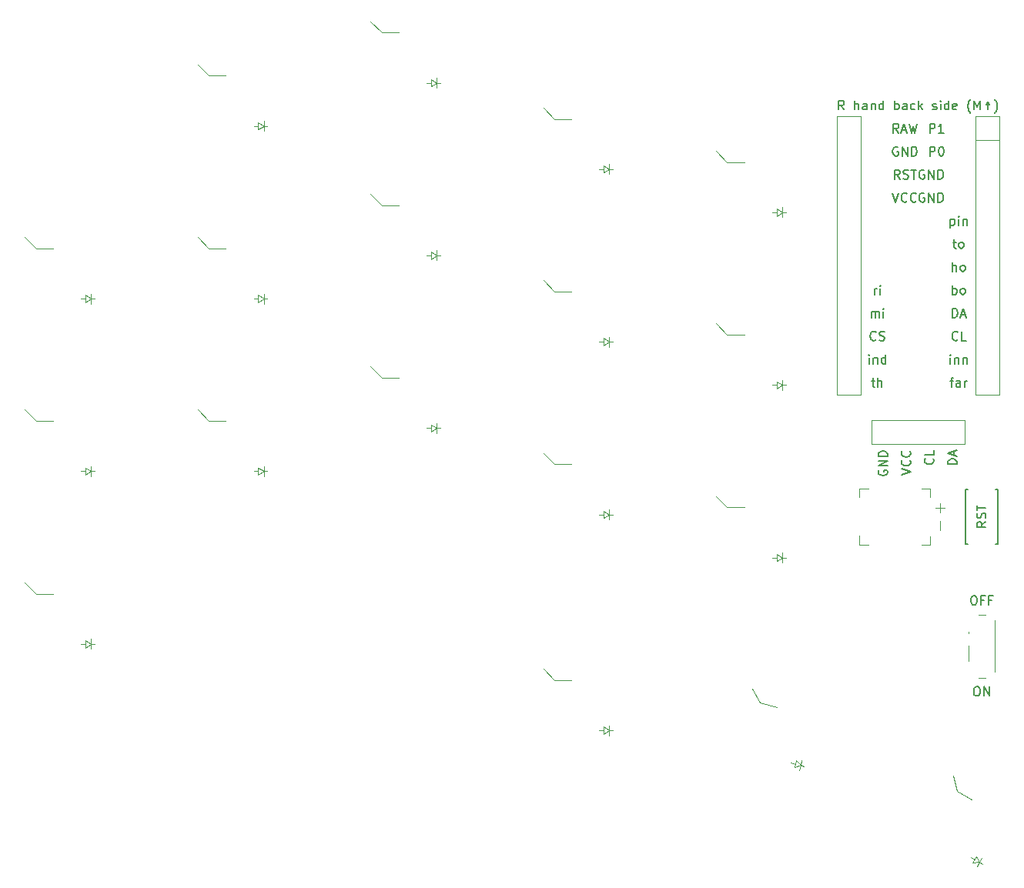
<source format=gbr>
%TF.GenerationSoftware,KiCad,Pcbnew,9.0.7*%
%TF.CreationDate,2026-01-26T01:07:57-05:00*%
%TF.ProjectId,v3,76332e6b-6963-4616-945f-706362585858,rev?*%
%TF.SameCoordinates,Original*%
%TF.FileFunction,Legend,Top*%
%TF.FilePolarity,Positive*%
%FSLAX46Y46*%
G04 Gerber Fmt 4.6, Leading zero omitted, Abs format (unit mm)*
G04 Created by KiCad (PCBNEW 9.0.7) date 2026-01-26 01:07:57*
%MOMM*%
%LPD*%
G01*
G04 APERTURE LIST*
%ADD10C,0.150000*%
%ADD11C,0.100000*%
%ADD12C,0.120000*%
G04 APERTURE END LIST*
D10*
X189559523Y-63654819D02*
X189226190Y-63178628D01*
X188988095Y-63654819D02*
X188988095Y-62654819D01*
X188988095Y-62654819D02*
X189369047Y-62654819D01*
X189369047Y-62654819D02*
X189464285Y-62702438D01*
X189464285Y-62702438D02*
X189511904Y-62750057D01*
X189511904Y-62750057D02*
X189559523Y-62845295D01*
X189559523Y-62845295D02*
X189559523Y-62988152D01*
X189559523Y-62988152D02*
X189511904Y-63083390D01*
X189511904Y-63083390D02*
X189464285Y-63131009D01*
X189464285Y-63131009D02*
X189369047Y-63178628D01*
X189369047Y-63178628D02*
X188988095Y-63178628D01*
X189940476Y-63369104D02*
X190416666Y-63369104D01*
X189845238Y-63654819D02*
X190178571Y-62654819D01*
X190178571Y-62654819D02*
X190511904Y-63654819D01*
X190750000Y-62654819D02*
X190988095Y-63654819D01*
X190988095Y-63654819D02*
X191178571Y-62940533D01*
X191178571Y-62940533D02*
X191369047Y-63654819D01*
X191369047Y-63654819D02*
X191607143Y-62654819D01*
X195217619Y-90928152D02*
X195598571Y-90928152D01*
X195360476Y-91594819D02*
X195360476Y-90737676D01*
X195360476Y-90737676D02*
X195408095Y-90642438D01*
X195408095Y-90642438D02*
X195503333Y-90594819D01*
X195503333Y-90594819D02*
X195598571Y-90594819D01*
X196360476Y-91594819D02*
X196360476Y-91071009D01*
X196360476Y-91071009D02*
X196312857Y-90975771D01*
X196312857Y-90975771D02*
X196217619Y-90928152D01*
X196217619Y-90928152D02*
X196027143Y-90928152D01*
X196027143Y-90928152D02*
X195931905Y-90975771D01*
X196360476Y-91547200D02*
X196265238Y-91594819D01*
X196265238Y-91594819D02*
X196027143Y-91594819D01*
X196027143Y-91594819D02*
X195931905Y-91547200D01*
X195931905Y-91547200D02*
X195884286Y-91451961D01*
X195884286Y-91451961D02*
X195884286Y-91356723D01*
X195884286Y-91356723D02*
X195931905Y-91261485D01*
X195931905Y-91261485D02*
X196027143Y-91213866D01*
X196027143Y-91213866D02*
X196265238Y-91213866D01*
X196265238Y-91213866D02*
X196360476Y-91166247D01*
X196836667Y-91594819D02*
X196836667Y-90928152D01*
X196836667Y-91118628D02*
X196884286Y-91023390D01*
X196884286Y-91023390D02*
X196931905Y-90975771D01*
X196931905Y-90975771D02*
X197027143Y-90928152D01*
X197027143Y-90928152D02*
X197122381Y-90928152D01*
X195479524Y-83974819D02*
X195479524Y-82974819D01*
X195479524Y-82974819D02*
X195717619Y-82974819D01*
X195717619Y-82974819D02*
X195860476Y-83022438D01*
X195860476Y-83022438D02*
X195955714Y-83117676D01*
X195955714Y-83117676D02*
X196003333Y-83212914D01*
X196003333Y-83212914D02*
X196050952Y-83403390D01*
X196050952Y-83403390D02*
X196050952Y-83546247D01*
X196050952Y-83546247D02*
X196003333Y-83736723D01*
X196003333Y-83736723D02*
X195955714Y-83831961D01*
X195955714Y-83831961D02*
X195860476Y-83927200D01*
X195860476Y-83927200D02*
X195717619Y-83974819D01*
X195717619Y-83974819D02*
X195479524Y-83974819D01*
X196431905Y-83689104D02*
X196908095Y-83689104D01*
X196336667Y-83974819D02*
X196670000Y-82974819D01*
X196670000Y-82974819D02*
X197003333Y-83974819D01*
X186920476Y-81434819D02*
X186920476Y-80768152D01*
X186920476Y-80958628D02*
X186968095Y-80863390D01*
X186968095Y-80863390D02*
X187015714Y-80815771D01*
X187015714Y-80815771D02*
X187110952Y-80768152D01*
X187110952Y-80768152D02*
X187206190Y-80768152D01*
X187539524Y-81434819D02*
X187539524Y-80768152D01*
X187539524Y-80434819D02*
X187491905Y-80482438D01*
X187491905Y-80482438D02*
X187539524Y-80530057D01*
X187539524Y-80530057D02*
X187587143Y-80482438D01*
X187587143Y-80482438D02*
X187539524Y-80434819D01*
X187539524Y-80434819D02*
X187539524Y-80530057D01*
X195503333Y-81434819D02*
X195503333Y-80434819D01*
X195503333Y-80815771D02*
X195598571Y-80768152D01*
X195598571Y-80768152D02*
X195789047Y-80768152D01*
X195789047Y-80768152D02*
X195884285Y-80815771D01*
X195884285Y-80815771D02*
X195931904Y-80863390D01*
X195931904Y-80863390D02*
X195979523Y-80958628D01*
X195979523Y-80958628D02*
X195979523Y-81244342D01*
X195979523Y-81244342D02*
X195931904Y-81339580D01*
X195931904Y-81339580D02*
X195884285Y-81387200D01*
X195884285Y-81387200D02*
X195789047Y-81434819D01*
X195789047Y-81434819D02*
X195598571Y-81434819D01*
X195598571Y-81434819D02*
X195503333Y-81387200D01*
X196550952Y-81434819D02*
X196455714Y-81387200D01*
X196455714Y-81387200D02*
X196408095Y-81339580D01*
X196408095Y-81339580D02*
X196360476Y-81244342D01*
X196360476Y-81244342D02*
X196360476Y-80958628D01*
X196360476Y-80958628D02*
X196408095Y-80863390D01*
X196408095Y-80863390D02*
X196455714Y-80815771D01*
X196455714Y-80815771D02*
X196550952Y-80768152D01*
X196550952Y-80768152D02*
X196693809Y-80768152D01*
X196693809Y-80768152D02*
X196789047Y-80815771D01*
X196789047Y-80815771D02*
X196836666Y-80863390D01*
X196836666Y-80863390D02*
X196884285Y-80958628D01*
X196884285Y-80958628D02*
X196884285Y-81244342D01*
X196884285Y-81244342D02*
X196836666Y-81339580D01*
X196836666Y-81339580D02*
X196789047Y-81387200D01*
X196789047Y-81387200D02*
X196693809Y-81434819D01*
X196693809Y-81434819D02*
X196550952Y-81434819D01*
X195265238Y-73148152D02*
X195265238Y-74148152D01*
X195265238Y-73195771D02*
X195360476Y-73148152D01*
X195360476Y-73148152D02*
X195550952Y-73148152D01*
X195550952Y-73148152D02*
X195646190Y-73195771D01*
X195646190Y-73195771D02*
X195693809Y-73243390D01*
X195693809Y-73243390D02*
X195741428Y-73338628D01*
X195741428Y-73338628D02*
X195741428Y-73624342D01*
X195741428Y-73624342D02*
X195693809Y-73719580D01*
X195693809Y-73719580D02*
X195646190Y-73767200D01*
X195646190Y-73767200D02*
X195550952Y-73814819D01*
X195550952Y-73814819D02*
X195360476Y-73814819D01*
X195360476Y-73814819D02*
X195265238Y-73767200D01*
X196170000Y-73814819D02*
X196170000Y-73148152D01*
X196170000Y-72814819D02*
X196122381Y-72862438D01*
X196122381Y-72862438D02*
X196170000Y-72910057D01*
X196170000Y-72910057D02*
X196217619Y-72862438D01*
X196217619Y-72862438D02*
X196170000Y-72814819D01*
X196170000Y-72814819D02*
X196170000Y-72910057D01*
X196646190Y-73148152D02*
X196646190Y-73814819D01*
X196646190Y-73243390D02*
X196693809Y-73195771D01*
X196693809Y-73195771D02*
X196789047Y-73148152D01*
X196789047Y-73148152D02*
X196931904Y-73148152D01*
X196931904Y-73148152D02*
X197027142Y-73195771D01*
X197027142Y-73195771D02*
X197074761Y-73291009D01*
X197074761Y-73291009D02*
X197074761Y-73814819D01*
X186563334Y-83974819D02*
X186563334Y-83308152D01*
X186563334Y-83403390D02*
X186610953Y-83355771D01*
X186610953Y-83355771D02*
X186706191Y-83308152D01*
X186706191Y-83308152D02*
X186849048Y-83308152D01*
X186849048Y-83308152D02*
X186944286Y-83355771D01*
X186944286Y-83355771D02*
X186991905Y-83451009D01*
X186991905Y-83451009D02*
X186991905Y-83974819D01*
X186991905Y-83451009D02*
X187039524Y-83355771D01*
X187039524Y-83355771D02*
X187134762Y-83308152D01*
X187134762Y-83308152D02*
X187277619Y-83308152D01*
X187277619Y-83308152D02*
X187372858Y-83355771D01*
X187372858Y-83355771D02*
X187420477Y-83451009D01*
X187420477Y-83451009D02*
X187420477Y-83974819D01*
X187896667Y-83974819D02*
X187896667Y-83308152D01*
X187896667Y-82974819D02*
X187849048Y-83022438D01*
X187849048Y-83022438D02*
X187896667Y-83070057D01*
X187896667Y-83070057D02*
X187944286Y-83022438D01*
X187944286Y-83022438D02*
X187896667Y-82974819D01*
X187896667Y-82974819D02*
X187896667Y-83070057D01*
X189702380Y-68734819D02*
X189369047Y-68258628D01*
X189130952Y-68734819D02*
X189130952Y-67734819D01*
X189130952Y-67734819D02*
X189511904Y-67734819D01*
X189511904Y-67734819D02*
X189607142Y-67782438D01*
X189607142Y-67782438D02*
X189654761Y-67830057D01*
X189654761Y-67830057D02*
X189702380Y-67925295D01*
X189702380Y-67925295D02*
X189702380Y-68068152D01*
X189702380Y-68068152D02*
X189654761Y-68163390D01*
X189654761Y-68163390D02*
X189607142Y-68211009D01*
X189607142Y-68211009D02*
X189511904Y-68258628D01*
X189511904Y-68258628D02*
X189130952Y-68258628D01*
X190083333Y-68687200D02*
X190226190Y-68734819D01*
X190226190Y-68734819D02*
X190464285Y-68734819D01*
X190464285Y-68734819D02*
X190559523Y-68687200D01*
X190559523Y-68687200D02*
X190607142Y-68639580D01*
X190607142Y-68639580D02*
X190654761Y-68544342D01*
X190654761Y-68544342D02*
X190654761Y-68449104D01*
X190654761Y-68449104D02*
X190607142Y-68353866D01*
X190607142Y-68353866D02*
X190559523Y-68306247D01*
X190559523Y-68306247D02*
X190464285Y-68258628D01*
X190464285Y-68258628D02*
X190273809Y-68211009D01*
X190273809Y-68211009D02*
X190178571Y-68163390D01*
X190178571Y-68163390D02*
X190130952Y-68115771D01*
X190130952Y-68115771D02*
X190083333Y-68020533D01*
X190083333Y-68020533D02*
X190083333Y-67925295D01*
X190083333Y-67925295D02*
X190130952Y-67830057D01*
X190130952Y-67830057D02*
X190178571Y-67782438D01*
X190178571Y-67782438D02*
X190273809Y-67734819D01*
X190273809Y-67734819D02*
X190511904Y-67734819D01*
X190511904Y-67734819D02*
X190654761Y-67782438D01*
X190940476Y-67734819D02*
X191511904Y-67734819D01*
X191226190Y-68734819D02*
X191226190Y-67734819D01*
X186325238Y-89054819D02*
X186325238Y-88388152D01*
X186325238Y-88054819D02*
X186277619Y-88102438D01*
X186277619Y-88102438D02*
X186325238Y-88150057D01*
X186325238Y-88150057D02*
X186372857Y-88102438D01*
X186372857Y-88102438D02*
X186325238Y-88054819D01*
X186325238Y-88054819D02*
X186325238Y-88150057D01*
X186801428Y-88388152D02*
X186801428Y-89054819D01*
X186801428Y-88483390D02*
X186849047Y-88435771D01*
X186849047Y-88435771D02*
X186944285Y-88388152D01*
X186944285Y-88388152D02*
X187087142Y-88388152D01*
X187087142Y-88388152D02*
X187182380Y-88435771D01*
X187182380Y-88435771D02*
X187229999Y-88531009D01*
X187229999Y-88531009D02*
X187229999Y-89054819D01*
X188134761Y-89054819D02*
X188134761Y-88054819D01*
X188134761Y-89007200D02*
X188039523Y-89054819D01*
X188039523Y-89054819D02*
X187849047Y-89054819D01*
X187849047Y-89054819D02*
X187753809Y-89007200D01*
X187753809Y-89007200D02*
X187706190Y-88959580D01*
X187706190Y-88959580D02*
X187658571Y-88864342D01*
X187658571Y-88864342D02*
X187658571Y-88578628D01*
X187658571Y-88578628D02*
X187706190Y-88483390D01*
X187706190Y-88483390D02*
X187753809Y-88435771D01*
X187753809Y-88435771D02*
X187849047Y-88388152D01*
X187849047Y-88388152D02*
X188039523Y-88388152D01*
X188039523Y-88388152D02*
X188134761Y-88435771D01*
X195503333Y-78894819D02*
X195503333Y-77894819D01*
X195931904Y-78894819D02*
X195931904Y-78371009D01*
X195931904Y-78371009D02*
X195884285Y-78275771D01*
X195884285Y-78275771D02*
X195789047Y-78228152D01*
X195789047Y-78228152D02*
X195646190Y-78228152D01*
X195646190Y-78228152D02*
X195550952Y-78275771D01*
X195550952Y-78275771D02*
X195503333Y-78323390D01*
X196550952Y-78894819D02*
X196455714Y-78847200D01*
X196455714Y-78847200D02*
X196408095Y-78799580D01*
X196408095Y-78799580D02*
X196360476Y-78704342D01*
X196360476Y-78704342D02*
X196360476Y-78418628D01*
X196360476Y-78418628D02*
X196408095Y-78323390D01*
X196408095Y-78323390D02*
X196455714Y-78275771D01*
X196455714Y-78275771D02*
X196550952Y-78228152D01*
X196550952Y-78228152D02*
X196693809Y-78228152D01*
X196693809Y-78228152D02*
X196789047Y-78275771D01*
X196789047Y-78275771D02*
X196836666Y-78323390D01*
X196836666Y-78323390D02*
X196884285Y-78418628D01*
X196884285Y-78418628D02*
X196884285Y-78704342D01*
X196884285Y-78704342D02*
X196836666Y-78799580D01*
X196836666Y-78799580D02*
X196789047Y-78847200D01*
X196789047Y-78847200D02*
X196693809Y-78894819D01*
X196693809Y-78894819D02*
X196550952Y-78894819D01*
X193001905Y-66194819D02*
X193001905Y-65194819D01*
X193001905Y-65194819D02*
X193382857Y-65194819D01*
X193382857Y-65194819D02*
X193478095Y-65242438D01*
X193478095Y-65242438D02*
X193525714Y-65290057D01*
X193525714Y-65290057D02*
X193573333Y-65385295D01*
X193573333Y-65385295D02*
X193573333Y-65528152D01*
X193573333Y-65528152D02*
X193525714Y-65623390D01*
X193525714Y-65623390D02*
X193478095Y-65671009D01*
X193478095Y-65671009D02*
X193382857Y-65718628D01*
X193382857Y-65718628D02*
X193001905Y-65718628D01*
X194192381Y-65194819D02*
X194287619Y-65194819D01*
X194287619Y-65194819D02*
X194382857Y-65242438D01*
X194382857Y-65242438D02*
X194430476Y-65290057D01*
X194430476Y-65290057D02*
X194478095Y-65385295D01*
X194478095Y-65385295D02*
X194525714Y-65575771D01*
X194525714Y-65575771D02*
X194525714Y-65813866D01*
X194525714Y-65813866D02*
X194478095Y-66004342D01*
X194478095Y-66004342D02*
X194430476Y-66099580D01*
X194430476Y-66099580D02*
X194382857Y-66147200D01*
X194382857Y-66147200D02*
X194287619Y-66194819D01*
X194287619Y-66194819D02*
X194192381Y-66194819D01*
X194192381Y-66194819D02*
X194097143Y-66147200D01*
X194097143Y-66147200D02*
X194049524Y-66099580D01*
X194049524Y-66099580D02*
X194001905Y-66004342D01*
X194001905Y-66004342D02*
X193954286Y-65813866D01*
X193954286Y-65813866D02*
X193954286Y-65575771D01*
X193954286Y-65575771D02*
X194001905Y-65385295D01*
X194001905Y-65385295D02*
X194049524Y-65290057D01*
X194049524Y-65290057D02*
X194097143Y-65242438D01*
X194097143Y-65242438D02*
X194192381Y-65194819D01*
X186587143Y-90928152D02*
X186968095Y-90928152D01*
X186730000Y-90594819D02*
X186730000Y-91451961D01*
X186730000Y-91451961D02*
X186777619Y-91547200D01*
X186777619Y-91547200D02*
X186872857Y-91594819D01*
X186872857Y-91594819D02*
X186968095Y-91594819D01*
X187301429Y-91594819D02*
X187301429Y-90594819D01*
X187730000Y-91594819D02*
X187730000Y-91071009D01*
X187730000Y-91071009D02*
X187682381Y-90975771D01*
X187682381Y-90975771D02*
X187587143Y-90928152D01*
X187587143Y-90928152D02*
X187444286Y-90928152D01*
X187444286Y-90928152D02*
X187349048Y-90975771D01*
X187349048Y-90975771D02*
X187301429Y-91023390D01*
X192388095Y-70322438D02*
X192292857Y-70274819D01*
X192292857Y-70274819D02*
X192150000Y-70274819D01*
X192150000Y-70274819D02*
X192007143Y-70322438D01*
X192007143Y-70322438D02*
X191911905Y-70417676D01*
X191911905Y-70417676D02*
X191864286Y-70512914D01*
X191864286Y-70512914D02*
X191816667Y-70703390D01*
X191816667Y-70703390D02*
X191816667Y-70846247D01*
X191816667Y-70846247D02*
X191864286Y-71036723D01*
X191864286Y-71036723D02*
X191911905Y-71131961D01*
X191911905Y-71131961D02*
X192007143Y-71227200D01*
X192007143Y-71227200D02*
X192150000Y-71274819D01*
X192150000Y-71274819D02*
X192245238Y-71274819D01*
X192245238Y-71274819D02*
X192388095Y-71227200D01*
X192388095Y-71227200D02*
X192435714Y-71179580D01*
X192435714Y-71179580D02*
X192435714Y-70846247D01*
X192435714Y-70846247D02*
X192245238Y-70846247D01*
X192864286Y-71274819D02*
X192864286Y-70274819D01*
X192864286Y-70274819D02*
X193435714Y-71274819D01*
X193435714Y-71274819D02*
X193435714Y-70274819D01*
X193911905Y-71274819D02*
X193911905Y-70274819D01*
X193911905Y-70274819D02*
X194150000Y-70274819D01*
X194150000Y-70274819D02*
X194292857Y-70322438D01*
X194292857Y-70322438D02*
X194388095Y-70417676D01*
X194388095Y-70417676D02*
X194435714Y-70512914D01*
X194435714Y-70512914D02*
X194483333Y-70703390D01*
X194483333Y-70703390D02*
X194483333Y-70846247D01*
X194483333Y-70846247D02*
X194435714Y-71036723D01*
X194435714Y-71036723D02*
X194388095Y-71131961D01*
X194388095Y-71131961D02*
X194292857Y-71227200D01*
X194292857Y-71227200D02*
X194150000Y-71274819D01*
X194150000Y-71274819D02*
X193911905Y-71274819D01*
X193001905Y-63654819D02*
X193001905Y-62654819D01*
X193001905Y-62654819D02*
X193382857Y-62654819D01*
X193382857Y-62654819D02*
X193478095Y-62702438D01*
X193478095Y-62702438D02*
X193525714Y-62750057D01*
X193525714Y-62750057D02*
X193573333Y-62845295D01*
X193573333Y-62845295D02*
X193573333Y-62988152D01*
X193573333Y-62988152D02*
X193525714Y-63083390D01*
X193525714Y-63083390D02*
X193478095Y-63131009D01*
X193478095Y-63131009D02*
X193382857Y-63178628D01*
X193382857Y-63178628D02*
X193001905Y-63178628D01*
X194525714Y-63654819D02*
X193954286Y-63654819D01*
X194240000Y-63654819D02*
X194240000Y-62654819D01*
X194240000Y-62654819D02*
X194144762Y-62797676D01*
X194144762Y-62797676D02*
X194049524Y-62892914D01*
X194049524Y-62892914D02*
X193954286Y-62940533D01*
X196074761Y-86419580D02*
X196027142Y-86467200D01*
X196027142Y-86467200D02*
X195884285Y-86514819D01*
X195884285Y-86514819D02*
X195789047Y-86514819D01*
X195789047Y-86514819D02*
X195646190Y-86467200D01*
X195646190Y-86467200D02*
X195550952Y-86371961D01*
X195550952Y-86371961D02*
X195503333Y-86276723D01*
X195503333Y-86276723D02*
X195455714Y-86086247D01*
X195455714Y-86086247D02*
X195455714Y-85943390D01*
X195455714Y-85943390D02*
X195503333Y-85752914D01*
X195503333Y-85752914D02*
X195550952Y-85657676D01*
X195550952Y-85657676D02*
X195646190Y-85562438D01*
X195646190Y-85562438D02*
X195789047Y-85514819D01*
X195789047Y-85514819D02*
X195884285Y-85514819D01*
X195884285Y-85514819D02*
X196027142Y-85562438D01*
X196027142Y-85562438D02*
X196074761Y-85610057D01*
X196979523Y-86514819D02*
X196503333Y-86514819D01*
X196503333Y-86514819D02*
X196503333Y-85514819D01*
X187063333Y-86419580D02*
X187015714Y-86467200D01*
X187015714Y-86467200D02*
X186872857Y-86514819D01*
X186872857Y-86514819D02*
X186777619Y-86514819D01*
X186777619Y-86514819D02*
X186634762Y-86467200D01*
X186634762Y-86467200D02*
X186539524Y-86371961D01*
X186539524Y-86371961D02*
X186491905Y-86276723D01*
X186491905Y-86276723D02*
X186444286Y-86086247D01*
X186444286Y-86086247D02*
X186444286Y-85943390D01*
X186444286Y-85943390D02*
X186491905Y-85752914D01*
X186491905Y-85752914D02*
X186539524Y-85657676D01*
X186539524Y-85657676D02*
X186634762Y-85562438D01*
X186634762Y-85562438D02*
X186777619Y-85514819D01*
X186777619Y-85514819D02*
X186872857Y-85514819D01*
X186872857Y-85514819D02*
X187015714Y-85562438D01*
X187015714Y-85562438D02*
X187063333Y-85610057D01*
X187444286Y-86467200D02*
X187587143Y-86514819D01*
X187587143Y-86514819D02*
X187825238Y-86514819D01*
X187825238Y-86514819D02*
X187920476Y-86467200D01*
X187920476Y-86467200D02*
X187968095Y-86419580D01*
X187968095Y-86419580D02*
X188015714Y-86324342D01*
X188015714Y-86324342D02*
X188015714Y-86229104D01*
X188015714Y-86229104D02*
X187968095Y-86133866D01*
X187968095Y-86133866D02*
X187920476Y-86086247D01*
X187920476Y-86086247D02*
X187825238Y-86038628D01*
X187825238Y-86038628D02*
X187634762Y-85991009D01*
X187634762Y-85991009D02*
X187539524Y-85943390D01*
X187539524Y-85943390D02*
X187491905Y-85895771D01*
X187491905Y-85895771D02*
X187444286Y-85800533D01*
X187444286Y-85800533D02*
X187444286Y-85705295D01*
X187444286Y-85705295D02*
X187491905Y-85610057D01*
X187491905Y-85610057D02*
X187539524Y-85562438D01*
X187539524Y-85562438D02*
X187634762Y-85514819D01*
X187634762Y-85514819D02*
X187872857Y-85514819D01*
X187872857Y-85514819D02*
X188015714Y-85562438D01*
X183557141Y-61109819D02*
X183223808Y-60633628D01*
X182985713Y-61109819D02*
X182985713Y-60109819D01*
X182985713Y-60109819D02*
X183366665Y-60109819D01*
X183366665Y-60109819D02*
X183461903Y-60157438D01*
X183461903Y-60157438D02*
X183509522Y-60205057D01*
X183509522Y-60205057D02*
X183557141Y-60300295D01*
X183557141Y-60300295D02*
X183557141Y-60443152D01*
X183557141Y-60443152D02*
X183509522Y-60538390D01*
X183509522Y-60538390D02*
X183461903Y-60586009D01*
X183461903Y-60586009D02*
X183366665Y-60633628D01*
X183366665Y-60633628D02*
X182985713Y-60633628D01*
X184747618Y-61109819D02*
X184747618Y-60109819D01*
X185176189Y-61109819D02*
X185176189Y-60586009D01*
X185176189Y-60586009D02*
X185128570Y-60490771D01*
X185128570Y-60490771D02*
X185033332Y-60443152D01*
X185033332Y-60443152D02*
X184890475Y-60443152D01*
X184890475Y-60443152D02*
X184795237Y-60490771D01*
X184795237Y-60490771D02*
X184747618Y-60538390D01*
X186080951Y-61109819D02*
X186080951Y-60586009D01*
X186080951Y-60586009D02*
X186033332Y-60490771D01*
X186033332Y-60490771D02*
X185938094Y-60443152D01*
X185938094Y-60443152D02*
X185747618Y-60443152D01*
X185747618Y-60443152D02*
X185652380Y-60490771D01*
X186080951Y-61062200D02*
X185985713Y-61109819D01*
X185985713Y-61109819D02*
X185747618Y-61109819D01*
X185747618Y-61109819D02*
X185652380Y-61062200D01*
X185652380Y-61062200D02*
X185604761Y-60966961D01*
X185604761Y-60966961D02*
X185604761Y-60871723D01*
X185604761Y-60871723D02*
X185652380Y-60776485D01*
X185652380Y-60776485D02*
X185747618Y-60728866D01*
X185747618Y-60728866D02*
X185985713Y-60728866D01*
X185985713Y-60728866D02*
X186080951Y-60681247D01*
X186557142Y-60443152D02*
X186557142Y-61109819D01*
X186557142Y-60538390D02*
X186604761Y-60490771D01*
X186604761Y-60490771D02*
X186699999Y-60443152D01*
X186699999Y-60443152D02*
X186842856Y-60443152D01*
X186842856Y-60443152D02*
X186938094Y-60490771D01*
X186938094Y-60490771D02*
X186985713Y-60586009D01*
X186985713Y-60586009D02*
X186985713Y-61109819D01*
X187890475Y-61109819D02*
X187890475Y-60109819D01*
X187890475Y-61062200D02*
X187795237Y-61109819D01*
X187795237Y-61109819D02*
X187604761Y-61109819D01*
X187604761Y-61109819D02*
X187509523Y-61062200D01*
X187509523Y-61062200D02*
X187461904Y-61014580D01*
X187461904Y-61014580D02*
X187414285Y-60919342D01*
X187414285Y-60919342D02*
X187414285Y-60633628D01*
X187414285Y-60633628D02*
X187461904Y-60538390D01*
X187461904Y-60538390D02*
X187509523Y-60490771D01*
X187509523Y-60490771D02*
X187604761Y-60443152D01*
X187604761Y-60443152D02*
X187795237Y-60443152D01*
X187795237Y-60443152D02*
X187890475Y-60490771D01*
X189128571Y-61109819D02*
X189128571Y-60109819D01*
X189128571Y-60490771D02*
X189223809Y-60443152D01*
X189223809Y-60443152D02*
X189414285Y-60443152D01*
X189414285Y-60443152D02*
X189509523Y-60490771D01*
X189509523Y-60490771D02*
X189557142Y-60538390D01*
X189557142Y-60538390D02*
X189604761Y-60633628D01*
X189604761Y-60633628D02*
X189604761Y-60919342D01*
X189604761Y-60919342D02*
X189557142Y-61014580D01*
X189557142Y-61014580D02*
X189509523Y-61062200D01*
X189509523Y-61062200D02*
X189414285Y-61109819D01*
X189414285Y-61109819D02*
X189223809Y-61109819D01*
X189223809Y-61109819D02*
X189128571Y-61062200D01*
X190461904Y-61109819D02*
X190461904Y-60586009D01*
X190461904Y-60586009D02*
X190414285Y-60490771D01*
X190414285Y-60490771D02*
X190319047Y-60443152D01*
X190319047Y-60443152D02*
X190128571Y-60443152D01*
X190128571Y-60443152D02*
X190033333Y-60490771D01*
X190461904Y-61062200D02*
X190366666Y-61109819D01*
X190366666Y-61109819D02*
X190128571Y-61109819D01*
X190128571Y-61109819D02*
X190033333Y-61062200D01*
X190033333Y-61062200D02*
X189985714Y-60966961D01*
X189985714Y-60966961D02*
X189985714Y-60871723D01*
X189985714Y-60871723D02*
X190033333Y-60776485D01*
X190033333Y-60776485D02*
X190128571Y-60728866D01*
X190128571Y-60728866D02*
X190366666Y-60728866D01*
X190366666Y-60728866D02*
X190461904Y-60681247D01*
X191366666Y-61062200D02*
X191271428Y-61109819D01*
X191271428Y-61109819D02*
X191080952Y-61109819D01*
X191080952Y-61109819D02*
X190985714Y-61062200D01*
X190985714Y-61062200D02*
X190938095Y-61014580D01*
X190938095Y-61014580D02*
X190890476Y-60919342D01*
X190890476Y-60919342D02*
X190890476Y-60633628D01*
X190890476Y-60633628D02*
X190938095Y-60538390D01*
X190938095Y-60538390D02*
X190985714Y-60490771D01*
X190985714Y-60490771D02*
X191080952Y-60443152D01*
X191080952Y-60443152D02*
X191271428Y-60443152D01*
X191271428Y-60443152D02*
X191366666Y-60490771D01*
X191795238Y-61109819D02*
X191795238Y-60109819D01*
X191890476Y-60728866D02*
X192176190Y-61109819D01*
X192176190Y-60443152D02*
X191795238Y-60824104D01*
X193319048Y-61062200D02*
X193414286Y-61109819D01*
X193414286Y-61109819D02*
X193604762Y-61109819D01*
X193604762Y-61109819D02*
X193700000Y-61062200D01*
X193700000Y-61062200D02*
X193747619Y-60966961D01*
X193747619Y-60966961D02*
X193747619Y-60919342D01*
X193747619Y-60919342D02*
X193700000Y-60824104D01*
X193700000Y-60824104D02*
X193604762Y-60776485D01*
X193604762Y-60776485D02*
X193461905Y-60776485D01*
X193461905Y-60776485D02*
X193366667Y-60728866D01*
X193366667Y-60728866D02*
X193319048Y-60633628D01*
X193319048Y-60633628D02*
X193319048Y-60586009D01*
X193319048Y-60586009D02*
X193366667Y-60490771D01*
X193366667Y-60490771D02*
X193461905Y-60443152D01*
X193461905Y-60443152D02*
X193604762Y-60443152D01*
X193604762Y-60443152D02*
X193700000Y-60490771D01*
X194176191Y-61109819D02*
X194176191Y-60443152D01*
X194176191Y-60109819D02*
X194128572Y-60157438D01*
X194128572Y-60157438D02*
X194176191Y-60205057D01*
X194176191Y-60205057D02*
X194223810Y-60157438D01*
X194223810Y-60157438D02*
X194176191Y-60109819D01*
X194176191Y-60109819D02*
X194176191Y-60205057D01*
X195080952Y-61109819D02*
X195080952Y-60109819D01*
X195080952Y-61062200D02*
X194985714Y-61109819D01*
X194985714Y-61109819D02*
X194795238Y-61109819D01*
X194795238Y-61109819D02*
X194700000Y-61062200D01*
X194700000Y-61062200D02*
X194652381Y-61014580D01*
X194652381Y-61014580D02*
X194604762Y-60919342D01*
X194604762Y-60919342D02*
X194604762Y-60633628D01*
X194604762Y-60633628D02*
X194652381Y-60538390D01*
X194652381Y-60538390D02*
X194700000Y-60490771D01*
X194700000Y-60490771D02*
X194795238Y-60443152D01*
X194795238Y-60443152D02*
X194985714Y-60443152D01*
X194985714Y-60443152D02*
X195080952Y-60490771D01*
X195938095Y-61062200D02*
X195842857Y-61109819D01*
X195842857Y-61109819D02*
X195652381Y-61109819D01*
X195652381Y-61109819D02*
X195557143Y-61062200D01*
X195557143Y-61062200D02*
X195509524Y-60966961D01*
X195509524Y-60966961D02*
X195509524Y-60586009D01*
X195509524Y-60586009D02*
X195557143Y-60490771D01*
X195557143Y-60490771D02*
X195652381Y-60443152D01*
X195652381Y-60443152D02*
X195842857Y-60443152D01*
X195842857Y-60443152D02*
X195938095Y-60490771D01*
X195938095Y-60490771D02*
X195985714Y-60586009D01*
X195985714Y-60586009D02*
X195985714Y-60681247D01*
X195985714Y-60681247D02*
X195509524Y-60776485D01*
X197461905Y-61490771D02*
X197414286Y-61443152D01*
X197414286Y-61443152D02*
X197319048Y-61300295D01*
X197319048Y-61300295D02*
X197271429Y-61205057D01*
X197271429Y-61205057D02*
X197223810Y-61062200D01*
X197223810Y-61062200D02*
X197176191Y-60824104D01*
X197176191Y-60824104D02*
X197176191Y-60633628D01*
X197176191Y-60633628D02*
X197223810Y-60395533D01*
X197223810Y-60395533D02*
X197271429Y-60252676D01*
X197271429Y-60252676D02*
X197319048Y-60157438D01*
X197319048Y-60157438D02*
X197414286Y-60014580D01*
X197414286Y-60014580D02*
X197461905Y-59966961D01*
X197842858Y-61109819D02*
X197842858Y-60109819D01*
X197842858Y-60109819D02*
X198176191Y-60824104D01*
X198176191Y-60824104D02*
X198509524Y-60109819D01*
X198509524Y-60109819D02*
X198509524Y-61109819D01*
X199366667Y-61109819D02*
X199366667Y-60347914D01*
X199176191Y-60538390D02*
X199366667Y-60347914D01*
X199366667Y-60347914D02*
X199557143Y-60538390D01*
X200128572Y-61490771D02*
X200176191Y-61443152D01*
X200176191Y-61443152D02*
X200271429Y-61300295D01*
X200271429Y-61300295D02*
X200319048Y-61205057D01*
X200319048Y-61205057D02*
X200366667Y-61062200D01*
X200366667Y-61062200D02*
X200414286Y-60824104D01*
X200414286Y-60824104D02*
X200414286Y-60633628D01*
X200414286Y-60633628D02*
X200366667Y-60395533D01*
X200366667Y-60395533D02*
X200319048Y-60252676D01*
X200319048Y-60252676D02*
X200271429Y-60157438D01*
X200271429Y-60157438D02*
X200176191Y-60014580D01*
X200176191Y-60014580D02*
X200128572Y-59966961D01*
X192388095Y-67782438D02*
X192292857Y-67734819D01*
X192292857Y-67734819D02*
X192150000Y-67734819D01*
X192150000Y-67734819D02*
X192007143Y-67782438D01*
X192007143Y-67782438D02*
X191911905Y-67877676D01*
X191911905Y-67877676D02*
X191864286Y-67972914D01*
X191864286Y-67972914D02*
X191816667Y-68163390D01*
X191816667Y-68163390D02*
X191816667Y-68306247D01*
X191816667Y-68306247D02*
X191864286Y-68496723D01*
X191864286Y-68496723D02*
X191911905Y-68591961D01*
X191911905Y-68591961D02*
X192007143Y-68687200D01*
X192007143Y-68687200D02*
X192150000Y-68734819D01*
X192150000Y-68734819D02*
X192245238Y-68734819D01*
X192245238Y-68734819D02*
X192388095Y-68687200D01*
X192388095Y-68687200D02*
X192435714Y-68639580D01*
X192435714Y-68639580D02*
X192435714Y-68306247D01*
X192435714Y-68306247D02*
X192245238Y-68306247D01*
X192864286Y-68734819D02*
X192864286Y-67734819D01*
X192864286Y-67734819D02*
X193435714Y-68734819D01*
X193435714Y-68734819D02*
X193435714Y-67734819D01*
X193911905Y-68734819D02*
X193911905Y-67734819D01*
X193911905Y-67734819D02*
X194150000Y-67734819D01*
X194150000Y-67734819D02*
X194292857Y-67782438D01*
X194292857Y-67782438D02*
X194388095Y-67877676D01*
X194388095Y-67877676D02*
X194435714Y-67972914D01*
X194435714Y-67972914D02*
X194483333Y-68163390D01*
X194483333Y-68163390D02*
X194483333Y-68306247D01*
X194483333Y-68306247D02*
X194435714Y-68496723D01*
X194435714Y-68496723D02*
X194388095Y-68591961D01*
X194388095Y-68591961D02*
X194292857Y-68687200D01*
X194292857Y-68687200D02*
X194150000Y-68734819D01*
X194150000Y-68734819D02*
X193911905Y-68734819D01*
X188916667Y-70274819D02*
X189250000Y-71274819D01*
X189250000Y-71274819D02*
X189583333Y-70274819D01*
X190488095Y-71179580D02*
X190440476Y-71227200D01*
X190440476Y-71227200D02*
X190297619Y-71274819D01*
X190297619Y-71274819D02*
X190202381Y-71274819D01*
X190202381Y-71274819D02*
X190059524Y-71227200D01*
X190059524Y-71227200D02*
X189964286Y-71131961D01*
X189964286Y-71131961D02*
X189916667Y-71036723D01*
X189916667Y-71036723D02*
X189869048Y-70846247D01*
X189869048Y-70846247D02*
X189869048Y-70703390D01*
X189869048Y-70703390D02*
X189916667Y-70512914D01*
X189916667Y-70512914D02*
X189964286Y-70417676D01*
X189964286Y-70417676D02*
X190059524Y-70322438D01*
X190059524Y-70322438D02*
X190202381Y-70274819D01*
X190202381Y-70274819D02*
X190297619Y-70274819D01*
X190297619Y-70274819D02*
X190440476Y-70322438D01*
X190440476Y-70322438D02*
X190488095Y-70370057D01*
X191488095Y-71179580D02*
X191440476Y-71227200D01*
X191440476Y-71227200D02*
X191297619Y-71274819D01*
X191297619Y-71274819D02*
X191202381Y-71274819D01*
X191202381Y-71274819D02*
X191059524Y-71227200D01*
X191059524Y-71227200D02*
X190964286Y-71131961D01*
X190964286Y-71131961D02*
X190916667Y-71036723D01*
X190916667Y-71036723D02*
X190869048Y-70846247D01*
X190869048Y-70846247D02*
X190869048Y-70703390D01*
X190869048Y-70703390D02*
X190916667Y-70512914D01*
X190916667Y-70512914D02*
X190964286Y-70417676D01*
X190964286Y-70417676D02*
X191059524Y-70322438D01*
X191059524Y-70322438D02*
X191202381Y-70274819D01*
X191202381Y-70274819D02*
X191297619Y-70274819D01*
X191297619Y-70274819D02*
X191440476Y-70322438D01*
X191440476Y-70322438D02*
X191488095Y-70370057D01*
X195265238Y-89054819D02*
X195265238Y-88388152D01*
X195265238Y-88054819D02*
X195217619Y-88102438D01*
X195217619Y-88102438D02*
X195265238Y-88150057D01*
X195265238Y-88150057D02*
X195312857Y-88102438D01*
X195312857Y-88102438D02*
X195265238Y-88054819D01*
X195265238Y-88054819D02*
X195265238Y-88150057D01*
X195741428Y-88388152D02*
X195741428Y-89054819D01*
X195741428Y-88483390D02*
X195789047Y-88435771D01*
X195789047Y-88435771D02*
X195884285Y-88388152D01*
X195884285Y-88388152D02*
X196027142Y-88388152D01*
X196027142Y-88388152D02*
X196122380Y-88435771D01*
X196122380Y-88435771D02*
X196169999Y-88531009D01*
X196169999Y-88531009D02*
X196169999Y-89054819D01*
X196646190Y-88388152D02*
X196646190Y-89054819D01*
X196646190Y-88483390D02*
X196693809Y-88435771D01*
X196693809Y-88435771D02*
X196789047Y-88388152D01*
X196789047Y-88388152D02*
X196931904Y-88388152D01*
X196931904Y-88388152D02*
X197027142Y-88435771D01*
X197027142Y-88435771D02*
X197074761Y-88531009D01*
X197074761Y-88531009D02*
X197074761Y-89054819D01*
X195527143Y-75688152D02*
X195908095Y-75688152D01*
X195670000Y-75354819D02*
X195670000Y-76211961D01*
X195670000Y-76211961D02*
X195717619Y-76307200D01*
X195717619Y-76307200D02*
X195812857Y-76354819D01*
X195812857Y-76354819D02*
X195908095Y-76354819D01*
X196384286Y-76354819D02*
X196289048Y-76307200D01*
X196289048Y-76307200D02*
X196241429Y-76259580D01*
X196241429Y-76259580D02*
X196193810Y-76164342D01*
X196193810Y-76164342D02*
X196193810Y-75878628D01*
X196193810Y-75878628D02*
X196241429Y-75783390D01*
X196241429Y-75783390D02*
X196289048Y-75735771D01*
X196289048Y-75735771D02*
X196384286Y-75688152D01*
X196384286Y-75688152D02*
X196527143Y-75688152D01*
X196527143Y-75688152D02*
X196622381Y-75735771D01*
X196622381Y-75735771D02*
X196670000Y-75783390D01*
X196670000Y-75783390D02*
X196717619Y-75878628D01*
X196717619Y-75878628D02*
X196717619Y-76164342D01*
X196717619Y-76164342D02*
X196670000Y-76259580D01*
X196670000Y-76259580D02*
X196622381Y-76307200D01*
X196622381Y-76307200D02*
X196527143Y-76354819D01*
X196527143Y-76354819D02*
X196384286Y-76354819D01*
X189488095Y-65242438D02*
X189392857Y-65194819D01*
X189392857Y-65194819D02*
X189250000Y-65194819D01*
X189250000Y-65194819D02*
X189107143Y-65242438D01*
X189107143Y-65242438D02*
X189011905Y-65337676D01*
X189011905Y-65337676D02*
X188964286Y-65432914D01*
X188964286Y-65432914D02*
X188916667Y-65623390D01*
X188916667Y-65623390D02*
X188916667Y-65766247D01*
X188916667Y-65766247D02*
X188964286Y-65956723D01*
X188964286Y-65956723D02*
X189011905Y-66051961D01*
X189011905Y-66051961D02*
X189107143Y-66147200D01*
X189107143Y-66147200D02*
X189250000Y-66194819D01*
X189250000Y-66194819D02*
X189345238Y-66194819D01*
X189345238Y-66194819D02*
X189488095Y-66147200D01*
X189488095Y-66147200D02*
X189535714Y-66099580D01*
X189535714Y-66099580D02*
X189535714Y-65766247D01*
X189535714Y-65766247D02*
X189345238Y-65766247D01*
X189964286Y-66194819D02*
X189964286Y-65194819D01*
X189964286Y-65194819D02*
X190535714Y-66194819D01*
X190535714Y-66194819D02*
X190535714Y-65194819D01*
X191011905Y-66194819D02*
X191011905Y-65194819D01*
X191011905Y-65194819D02*
X191250000Y-65194819D01*
X191250000Y-65194819D02*
X191392857Y-65242438D01*
X191392857Y-65242438D02*
X191488095Y-65337676D01*
X191488095Y-65337676D02*
X191535714Y-65432914D01*
X191535714Y-65432914D02*
X191583333Y-65623390D01*
X191583333Y-65623390D02*
X191583333Y-65766247D01*
X191583333Y-65766247D02*
X191535714Y-65956723D01*
X191535714Y-65956723D02*
X191488095Y-66051961D01*
X191488095Y-66051961D02*
X191392857Y-66147200D01*
X191392857Y-66147200D02*
X191250000Y-66194819D01*
X191250000Y-66194819D02*
X191011905Y-66194819D01*
X199154819Y-106447619D02*
X198678628Y-106780952D01*
X199154819Y-107019047D02*
X198154819Y-107019047D01*
X198154819Y-107019047D02*
X198154819Y-106638095D01*
X198154819Y-106638095D02*
X198202438Y-106542857D01*
X198202438Y-106542857D02*
X198250057Y-106495238D01*
X198250057Y-106495238D02*
X198345295Y-106447619D01*
X198345295Y-106447619D02*
X198488152Y-106447619D01*
X198488152Y-106447619D02*
X198583390Y-106495238D01*
X198583390Y-106495238D02*
X198631009Y-106542857D01*
X198631009Y-106542857D02*
X198678628Y-106638095D01*
X198678628Y-106638095D02*
X198678628Y-107019047D01*
X199107200Y-106066666D02*
X199154819Y-105923809D01*
X199154819Y-105923809D02*
X199154819Y-105685714D01*
X199154819Y-105685714D02*
X199107200Y-105590476D01*
X199107200Y-105590476D02*
X199059580Y-105542857D01*
X199059580Y-105542857D02*
X198964342Y-105495238D01*
X198964342Y-105495238D02*
X198869104Y-105495238D01*
X198869104Y-105495238D02*
X198773866Y-105542857D01*
X198773866Y-105542857D02*
X198726247Y-105590476D01*
X198726247Y-105590476D02*
X198678628Y-105685714D01*
X198678628Y-105685714D02*
X198631009Y-105876190D01*
X198631009Y-105876190D02*
X198583390Y-105971428D01*
X198583390Y-105971428D02*
X198535771Y-106019047D01*
X198535771Y-106019047D02*
X198440533Y-106066666D01*
X198440533Y-106066666D02*
X198345295Y-106066666D01*
X198345295Y-106066666D02*
X198250057Y-106019047D01*
X198250057Y-106019047D02*
X198202438Y-105971428D01*
X198202438Y-105971428D02*
X198154819Y-105876190D01*
X198154819Y-105876190D02*
X198154819Y-105638095D01*
X198154819Y-105638095D02*
X198202438Y-105495238D01*
X198154819Y-105209523D02*
X198154819Y-104638095D01*
X199154819Y-104923809D02*
X198154819Y-104923809D01*
X193329580Y-99498684D02*
X193377200Y-99546303D01*
X193377200Y-99546303D02*
X193424819Y-99689160D01*
X193424819Y-99689160D02*
X193424819Y-99784398D01*
X193424819Y-99784398D02*
X193377200Y-99927255D01*
X193377200Y-99927255D02*
X193281961Y-100022493D01*
X193281961Y-100022493D02*
X193186723Y-100070112D01*
X193186723Y-100070112D02*
X192996247Y-100117731D01*
X192996247Y-100117731D02*
X192853390Y-100117731D01*
X192853390Y-100117731D02*
X192662914Y-100070112D01*
X192662914Y-100070112D02*
X192567676Y-100022493D01*
X192567676Y-100022493D02*
X192472438Y-99927255D01*
X192472438Y-99927255D02*
X192424819Y-99784398D01*
X192424819Y-99784398D02*
X192424819Y-99689160D01*
X192424819Y-99689160D02*
X192472438Y-99546303D01*
X192472438Y-99546303D02*
X192520057Y-99498684D01*
X193424819Y-98593922D02*
X193424819Y-99070112D01*
X193424819Y-99070112D02*
X192424819Y-99070112D01*
X189884819Y-101260588D02*
X190884819Y-100927255D01*
X190884819Y-100927255D02*
X189884819Y-100593922D01*
X190789580Y-99689160D02*
X190837200Y-99736779D01*
X190837200Y-99736779D02*
X190884819Y-99879636D01*
X190884819Y-99879636D02*
X190884819Y-99974874D01*
X190884819Y-99974874D02*
X190837200Y-100117731D01*
X190837200Y-100117731D02*
X190741961Y-100212969D01*
X190741961Y-100212969D02*
X190646723Y-100260588D01*
X190646723Y-100260588D02*
X190456247Y-100308207D01*
X190456247Y-100308207D02*
X190313390Y-100308207D01*
X190313390Y-100308207D02*
X190122914Y-100260588D01*
X190122914Y-100260588D02*
X190027676Y-100212969D01*
X190027676Y-100212969D02*
X189932438Y-100117731D01*
X189932438Y-100117731D02*
X189884819Y-99974874D01*
X189884819Y-99974874D02*
X189884819Y-99879636D01*
X189884819Y-99879636D02*
X189932438Y-99736779D01*
X189932438Y-99736779D02*
X189980057Y-99689160D01*
X190789580Y-98689160D02*
X190837200Y-98736779D01*
X190837200Y-98736779D02*
X190884819Y-98879636D01*
X190884819Y-98879636D02*
X190884819Y-98974874D01*
X190884819Y-98974874D02*
X190837200Y-99117731D01*
X190837200Y-99117731D02*
X190741961Y-99212969D01*
X190741961Y-99212969D02*
X190646723Y-99260588D01*
X190646723Y-99260588D02*
X190456247Y-99308207D01*
X190456247Y-99308207D02*
X190313390Y-99308207D01*
X190313390Y-99308207D02*
X190122914Y-99260588D01*
X190122914Y-99260588D02*
X190027676Y-99212969D01*
X190027676Y-99212969D02*
X189932438Y-99117731D01*
X189932438Y-99117731D02*
X189884819Y-98974874D01*
X189884819Y-98974874D02*
X189884819Y-98879636D01*
X189884819Y-98879636D02*
X189932438Y-98736779D01*
X189932438Y-98736779D02*
X189980057Y-98689160D01*
X195964819Y-100117731D02*
X194964819Y-100117731D01*
X194964819Y-100117731D02*
X194964819Y-99879636D01*
X194964819Y-99879636D02*
X195012438Y-99736779D01*
X195012438Y-99736779D02*
X195107676Y-99641541D01*
X195107676Y-99641541D02*
X195202914Y-99593922D01*
X195202914Y-99593922D02*
X195393390Y-99546303D01*
X195393390Y-99546303D02*
X195536247Y-99546303D01*
X195536247Y-99546303D02*
X195726723Y-99593922D01*
X195726723Y-99593922D02*
X195821961Y-99641541D01*
X195821961Y-99641541D02*
X195917200Y-99736779D01*
X195917200Y-99736779D02*
X195964819Y-99879636D01*
X195964819Y-99879636D02*
X195964819Y-100117731D01*
X195679104Y-99165350D02*
X195679104Y-98689160D01*
X195964819Y-99260588D02*
X194964819Y-98927255D01*
X194964819Y-98927255D02*
X195964819Y-98593922D01*
X187392438Y-100784398D02*
X187344819Y-100879636D01*
X187344819Y-100879636D02*
X187344819Y-101022493D01*
X187344819Y-101022493D02*
X187392438Y-101165350D01*
X187392438Y-101165350D02*
X187487676Y-101260588D01*
X187487676Y-101260588D02*
X187582914Y-101308207D01*
X187582914Y-101308207D02*
X187773390Y-101355826D01*
X187773390Y-101355826D02*
X187916247Y-101355826D01*
X187916247Y-101355826D02*
X188106723Y-101308207D01*
X188106723Y-101308207D02*
X188201961Y-101260588D01*
X188201961Y-101260588D02*
X188297200Y-101165350D01*
X188297200Y-101165350D02*
X188344819Y-101022493D01*
X188344819Y-101022493D02*
X188344819Y-100927255D01*
X188344819Y-100927255D02*
X188297200Y-100784398D01*
X188297200Y-100784398D02*
X188249580Y-100736779D01*
X188249580Y-100736779D02*
X187916247Y-100736779D01*
X187916247Y-100736779D02*
X187916247Y-100927255D01*
X188344819Y-100308207D02*
X187344819Y-100308207D01*
X187344819Y-100308207D02*
X188344819Y-99736779D01*
X188344819Y-99736779D02*
X187344819Y-99736779D01*
X188344819Y-99260588D02*
X187344819Y-99260588D01*
X187344819Y-99260588D02*
X187344819Y-99022493D01*
X187344819Y-99022493D02*
X187392438Y-98879636D01*
X187392438Y-98879636D02*
X187487676Y-98784398D01*
X187487676Y-98784398D02*
X187582914Y-98736779D01*
X187582914Y-98736779D02*
X187773390Y-98689160D01*
X187773390Y-98689160D02*
X187916247Y-98689160D01*
X187916247Y-98689160D02*
X188106723Y-98736779D01*
X188106723Y-98736779D02*
X188201961Y-98784398D01*
X188201961Y-98784398D02*
X188297200Y-98879636D01*
X188297200Y-98879636D02*
X188344819Y-99022493D01*
X188344819Y-99022493D02*
X188344819Y-99260588D01*
X198080952Y-124604819D02*
X198271428Y-124604819D01*
X198271428Y-124604819D02*
X198366666Y-124652438D01*
X198366666Y-124652438D02*
X198461904Y-124747676D01*
X198461904Y-124747676D02*
X198509523Y-124938152D01*
X198509523Y-124938152D02*
X198509523Y-125271485D01*
X198509523Y-125271485D02*
X198461904Y-125461961D01*
X198461904Y-125461961D02*
X198366666Y-125557200D01*
X198366666Y-125557200D02*
X198271428Y-125604819D01*
X198271428Y-125604819D02*
X198080952Y-125604819D01*
X198080952Y-125604819D02*
X197985714Y-125557200D01*
X197985714Y-125557200D02*
X197890476Y-125461961D01*
X197890476Y-125461961D02*
X197842857Y-125271485D01*
X197842857Y-125271485D02*
X197842857Y-124938152D01*
X197842857Y-124938152D02*
X197890476Y-124747676D01*
X197890476Y-124747676D02*
X197985714Y-124652438D01*
X197985714Y-124652438D02*
X198080952Y-124604819D01*
X198938095Y-125604819D02*
X198938095Y-124604819D01*
X198938095Y-124604819D02*
X199509523Y-125604819D01*
X199509523Y-125604819D02*
X199509523Y-124604819D01*
X197747619Y-114604819D02*
X197938095Y-114604819D01*
X197938095Y-114604819D02*
X198033333Y-114652438D01*
X198033333Y-114652438D02*
X198128571Y-114747676D01*
X198128571Y-114747676D02*
X198176190Y-114938152D01*
X198176190Y-114938152D02*
X198176190Y-115271485D01*
X198176190Y-115271485D02*
X198128571Y-115461961D01*
X198128571Y-115461961D02*
X198033333Y-115557200D01*
X198033333Y-115557200D02*
X197938095Y-115604819D01*
X197938095Y-115604819D02*
X197747619Y-115604819D01*
X197747619Y-115604819D02*
X197652381Y-115557200D01*
X197652381Y-115557200D02*
X197557143Y-115461961D01*
X197557143Y-115461961D02*
X197509524Y-115271485D01*
X197509524Y-115271485D02*
X197509524Y-114938152D01*
X197509524Y-114938152D02*
X197557143Y-114747676D01*
X197557143Y-114747676D02*
X197652381Y-114652438D01*
X197652381Y-114652438D02*
X197747619Y-114604819D01*
X198938095Y-115081009D02*
X198604762Y-115081009D01*
X198604762Y-115604819D02*
X198604762Y-114604819D01*
X198604762Y-114604819D02*
X199080952Y-114604819D01*
X199795238Y-115081009D02*
X199461905Y-115081009D01*
X199461905Y-115604819D02*
X199461905Y-114604819D01*
X199461905Y-114604819D02*
X199938095Y-114604819D01*
D11*
%TO.C,D8*%
X138150000Y-76750000D02*
X138750000Y-77150000D01*
X138150000Y-77150000D02*
X137650000Y-77150000D01*
X138150000Y-77550000D02*
X138150000Y-76750000D01*
X138750000Y-77150000D02*
X138150000Y-77550000D01*
X138750000Y-77150000D02*
X138750000Y-76600000D01*
X138750000Y-77150000D02*
X138750000Y-77700000D01*
X139150000Y-77150000D02*
X138750000Y-77150000D01*
%TO.C,D5*%
X119150000Y-81500000D02*
X119750000Y-81900000D01*
X119150000Y-81900000D02*
X118650000Y-81900000D01*
X119150000Y-82300000D02*
X119150000Y-81500000D01*
X119750000Y-81900000D02*
X119150000Y-82300000D01*
X119750000Y-81900000D02*
X119750000Y-81350000D01*
X119750000Y-81900000D02*
X119750000Y-82450000D01*
X120150000Y-81900000D02*
X119750000Y-81900000D01*
%TO.C,D18*%
X197719839Y-143944486D02*
X198119839Y-143251666D01*
X197919839Y-143598076D02*
X197486826Y-143348076D01*
X198119839Y-143251666D02*
X198439454Y-143898076D01*
X198439454Y-143898076D02*
X197719839Y-143944486D01*
X198439454Y-143898076D02*
X198164454Y-144374390D01*
X198439454Y-143898076D02*
X198714454Y-143421762D01*
X198785864Y-144098076D02*
X198439454Y-143898076D01*
%TO.C,D11*%
X157150000Y-86250000D02*
X157750000Y-86650000D01*
X157150000Y-86650000D02*
X156650000Y-86650000D01*
X157150000Y-87050000D02*
X157150000Y-86250000D01*
X157750000Y-86650000D02*
X157150000Y-87050000D01*
X157750000Y-86650000D02*
X157750000Y-86100000D01*
X157750000Y-86650000D02*
X157750000Y-87200000D01*
X158150000Y-86650000D02*
X157750000Y-86650000D01*
%TO.C,D13*%
X176150000Y-110000000D02*
X176750000Y-110400000D01*
X176150000Y-110400000D02*
X175650000Y-110400000D01*
X176150000Y-110800000D02*
X176150000Y-110000000D01*
X176750000Y-110400000D02*
X176150000Y-110800000D01*
X176750000Y-110400000D02*
X176750000Y-109850000D01*
X176750000Y-110400000D02*
X176750000Y-110950000D01*
X177150000Y-110400000D02*
X176750000Y-110400000D01*
%TO.C,D9*%
X138150000Y-57750000D02*
X138750000Y-58150000D01*
X138150000Y-58150000D02*
X137650000Y-58150000D01*
X138150000Y-58550000D02*
X138150000Y-57750000D01*
X138750000Y-58150000D02*
X138150000Y-58550000D01*
X138750000Y-58150000D02*
X138750000Y-57600000D01*
X138750000Y-58150000D02*
X138750000Y-58700000D01*
X139150000Y-58150000D02*
X138750000Y-58150000D01*
%TO.C,D12*%
X157150000Y-67250000D02*
X157750000Y-67650000D01*
X157150000Y-67650000D02*
X156650000Y-67650000D01*
X157150000Y-68050000D02*
X157150000Y-67250000D01*
X157750000Y-67650000D02*
X157150000Y-68050000D01*
X157750000Y-67650000D02*
X157750000Y-67100000D01*
X157750000Y-67650000D02*
X157750000Y-68200000D01*
X158150000Y-67650000D02*
X157750000Y-67650000D01*
D12*
%TO.C,JST1*%
X185240000Y-102840000D02*
X186240000Y-102840000D01*
X185240000Y-103760000D02*
X185240000Y-102840000D01*
X185240000Y-107960000D02*
X185240000Y-108960000D01*
X185240000Y-108960000D02*
X186240000Y-108960000D01*
X193060000Y-102840000D02*
X192060000Y-102840000D01*
X193060000Y-103760000D02*
X193060000Y-102840000D01*
X193060000Y-108040000D02*
X193060000Y-108960000D01*
X193060000Y-108960000D02*
X192060000Y-108960000D01*
D11*
X193600000Y-104900000D02*
X194600000Y-104900000D01*
X194100000Y-104400000D02*
X194100000Y-105400000D01*
X194100000Y-107400000D02*
X194100000Y-106400000D01*
%TO.C,D16*%
X157150000Y-129000000D02*
X157750000Y-129400000D01*
X157150000Y-129400000D02*
X156650000Y-129400000D01*
X157150000Y-129800000D02*
X157150000Y-129000000D01*
X157750000Y-129400000D02*
X157150000Y-129800000D01*
X157750000Y-129400000D02*
X157750000Y-128850000D01*
X157750000Y-129400000D02*
X157750000Y-129950000D01*
X158150000Y-129400000D02*
X157750000Y-129400000D01*
%TO.C,D6*%
X119150000Y-62500000D02*
X119750000Y-62900000D01*
X119150000Y-62900000D02*
X118650000Y-62900000D01*
X119150000Y-63300000D02*
X119150000Y-62500000D01*
X119750000Y-62900000D02*
X119150000Y-63300000D01*
X119750000Y-62900000D02*
X119750000Y-62350000D01*
X119750000Y-62900000D02*
X119750000Y-63450000D01*
X120150000Y-62900000D02*
X119750000Y-62900000D01*
D12*
%TO.C,MCU1*%
X182750000Y-61870000D02*
X182750000Y-92470000D01*
X182750000Y-61870000D02*
X185410000Y-61870000D01*
X182750000Y-92470000D02*
X185410000Y-92470000D01*
X185410000Y-61870000D02*
X185410000Y-92470000D01*
X197990000Y-61870000D02*
X197990000Y-92470000D01*
X197990000Y-61870000D02*
X200650000Y-61870000D01*
X197990000Y-64470000D02*
X200650000Y-64470000D01*
X197990000Y-92470000D02*
X200650000Y-92470000D01*
X200650000Y-61870000D02*
X200650000Y-92470000D01*
D11*
%TO.C,D3*%
X100150000Y-81500000D02*
X100750000Y-81900000D01*
X100150000Y-81900000D02*
X99650000Y-81900000D01*
X100150000Y-82300000D02*
X100150000Y-81500000D01*
X100750000Y-81900000D02*
X100150000Y-82300000D01*
X100750000Y-81900000D02*
X100750000Y-81350000D01*
X100750000Y-81900000D02*
X100750000Y-82450000D01*
X101150000Y-81900000D02*
X100750000Y-81900000D01*
D10*
%TO.C,RST1*%
X196950000Y-102900000D02*
X197200000Y-102900000D01*
X196950000Y-108900000D02*
X196950000Y-102900000D01*
X196950000Y-108900000D02*
X197200000Y-108900000D01*
X200450000Y-102900000D02*
X200200000Y-102900000D01*
X200450000Y-108900000D02*
X200200000Y-108900000D01*
X200450000Y-108900000D02*
X200450000Y-102900000D01*
D11*
%TO.C,D15*%
X176150000Y-72000000D02*
X176750000Y-72400000D01*
X176150000Y-72400000D02*
X175650000Y-72400000D01*
X176150000Y-72800000D02*
X176150000Y-72000000D01*
X176750000Y-72400000D02*
X176150000Y-72800000D01*
X176750000Y-72400000D02*
X176750000Y-71850000D01*
X176750000Y-72400000D02*
X176750000Y-72950000D01*
X177150000Y-72400000D02*
X176750000Y-72400000D01*
%TO.C,D1*%
X100150000Y-119500000D02*
X100750000Y-119900000D01*
X100150000Y-119900000D02*
X99650000Y-119900000D01*
X100150000Y-120300000D02*
X100150000Y-119500000D01*
X100750000Y-119900000D02*
X100150000Y-120300000D01*
X100750000Y-119900000D02*
X100750000Y-119350000D01*
X100750000Y-119900000D02*
X100750000Y-120450000D01*
X101150000Y-119900000D02*
X100750000Y-119900000D01*
%TO.C,D17*%
X178084311Y-133469712D02*
X178291366Y-132696971D01*
X178187839Y-133083341D02*
X177704876Y-132953932D01*
X178291366Y-132696971D02*
X178767394Y-133238633D01*
X178767394Y-133238633D02*
X178084311Y-133469712D01*
X178767394Y-133238633D02*
X178625044Y-133769892D01*
X178767394Y-133238633D02*
X178909745Y-132707372D01*
X179153764Y-133342160D02*
X178767394Y-133238633D01*
%TO.C,D2*%
X100150000Y-100500000D02*
X100750000Y-100900000D01*
X100150000Y-100900000D02*
X99650000Y-100900000D01*
X100150000Y-101300000D02*
X100150000Y-100500000D01*
X100750000Y-100900000D02*
X100150000Y-101300000D01*
X100750000Y-100900000D02*
X100750000Y-100350000D01*
X100750000Y-100900000D02*
X100750000Y-101450000D01*
X101150000Y-100900000D02*
X100750000Y-100900000D01*
%TO.C,D4*%
X119150000Y-100500000D02*
X119750000Y-100900000D01*
X119150000Y-100900000D02*
X118650000Y-100900000D01*
X119150000Y-101300000D02*
X119150000Y-100500000D01*
X119750000Y-100900000D02*
X119150000Y-101300000D01*
X119750000Y-100900000D02*
X119750000Y-100350000D01*
X119750000Y-100900000D02*
X119750000Y-101450000D01*
X120150000Y-100900000D02*
X119750000Y-100900000D01*
D12*
%TO.C,DISP1*%
X186560000Y-95270000D02*
X186560000Y-97930000D01*
X196840000Y-95270000D02*
X186560000Y-95270000D01*
X196840000Y-95270000D02*
X196840000Y-97930000D01*
X196840000Y-97930000D02*
X186560000Y-97930000D01*
%TO.C,PWR1*%
X197275000Y-118750000D02*
X197275000Y-118550000D01*
X197275000Y-121750000D02*
X197275000Y-120050000D01*
X198325000Y-123600000D02*
X199115000Y-123600000D01*
X199115000Y-116700000D02*
X198325000Y-116700000D01*
X200125000Y-123000000D02*
X200125000Y-117300000D01*
D11*
%TO.C,D10*%
X157150000Y-105250000D02*
X157750000Y-105650000D01*
X157150000Y-105650000D02*
X156650000Y-105650000D01*
X157150000Y-106050000D02*
X157150000Y-105250000D01*
X157750000Y-105650000D02*
X157150000Y-106050000D01*
X157750000Y-105650000D02*
X157750000Y-105100000D01*
X157750000Y-105650000D02*
X157750000Y-106200000D01*
X158150000Y-105650000D02*
X157750000Y-105650000D01*
%TO.C,D14*%
X176150000Y-91000000D02*
X176750000Y-91400000D01*
X176150000Y-91400000D02*
X175650000Y-91400000D01*
X176150000Y-91800000D02*
X176150000Y-91000000D01*
X176750000Y-91400000D02*
X176150000Y-91800000D01*
X176750000Y-91400000D02*
X176750000Y-90850000D01*
X176750000Y-91400000D02*
X176750000Y-91950000D01*
X177150000Y-91400000D02*
X176750000Y-91400000D01*
%TO.C,D7*%
X138150000Y-95750000D02*
X138750000Y-96150000D01*
X138150000Y-96150000D02*
X137650000Y-96150000D01*
X138150000Y-96550000D02*
X138150000Y-95750000D01*
X138750000Y-96150000D02*
X138150000Y-96550000D01*
X138750000Y-96150000D02*
X138750000Y-95600000D01*
X138750000Y-96150000D02*
X138750000Y-96700000D01*
X139150000Y-96150000D02*
X138750000Y-96150000D01*
%TO.C,S4*%
X112480000Y-94130000D02*
X113700000Y-95380000D01*
X113700000Y-95380000D02*
X115580000Y-95380000D01*
%TO.C,S8*%
X131480000Y-70380000D02*
X132700000Y-71630000D01*
X132700000Y-71630000D02*
X134580000Y-71630000D01*
%TO.C,S2*%
X93480000Y-94130000D02*
X94700000Y-95380000D01*
X94700000Y-95380000D02*
X96580000Y-95380000D01*
%TO.C,S3*%
X93480000Y-75130000D02*
X94700000Y-76380000D01*
X94700000Y-76380000D02*
X96580000Y-76380000D01*
%TO.C,S1*%
X93480000Y-113130000D02*
X94700000Y-114380000D01*
X94700000Y-114380000D02*
X96580000Y-114380000D01*
%TO.C,S12*%
X150480000Y-60880000D02*
X151700000Y-62130000D01*
X151700000Y-62130000D02*
X153580000Y-62130000D01*
%TO.C,S10*%
X150480000Y-98880000D02*
X151700000Y-100130000D01*
X151700000Y-100130000D02*
X153580000Y-100130000D01*
%TO.C,S15*%
X169480000Y-65630000D02*
X170700000Y-66880000D01*
X170700000Y-66880000D02*
X172580000Y-66880000D01*
%TO.C,S14*%
X169480000Y-84630000D02*
X170700000Y-85880000D01*
X170700000Y-85880000D02*
X172580000Y-85880000D01*
%TO.C,S11*%
X150480000Y-79880000D02*
X151700000Y-81130000D01*
X151700000Y-81130000D02*
X153580000Y-81130000D01*
%TO.C,S9*%
X131480000Y-51380000D02*
X132700000Y-52630000D01*
X132700000Y-52630000D02*
X134580000Y-52630000D01*
%TO.C,S7*%
X131480000Y-89380000D02*
X132700000Y-90630000D01*
X132700000Y-90630000D02*
X134580000Y-90630000D01*
%TO.C,S5*%
X112480000Y-75130000D02*
X113700000Y-76380000D01*
X113700000Y-76380000D02*
X115580000Y-76380000D01*
%TO.C,S6*%
X112480000Y-56130000D02*
X113700000Y-57380000D01*
X113700000Y-57380000D02*
X115580000Y-57380000D01*
%TO.C,S17*%
X173497318Y-124817700D02*
X174352224Y-126340867D01*
X174352224Y-126340867D02*
X176168166Y-126827447D01*
%TO.C,S16*%
X150480000Y-122630000D02*
X151700000Y-123880000D01*
X151700000Y-123880000D02*
X153580000Y-123880000D01*
%TO.C,S13*%
X169480000Y-103630000D02*
X170700000Y-104880000D01*
X170700000Y-104880000D02*
X172580000Y-104880000D01*
%TO.C,S18*%
X195528449Y-134400084D02*
X195960000Y-136092616D01*
X195960000Y-136092616D02*
X197588128Y-137032616D01*
%TD*%
M02*

</source>
